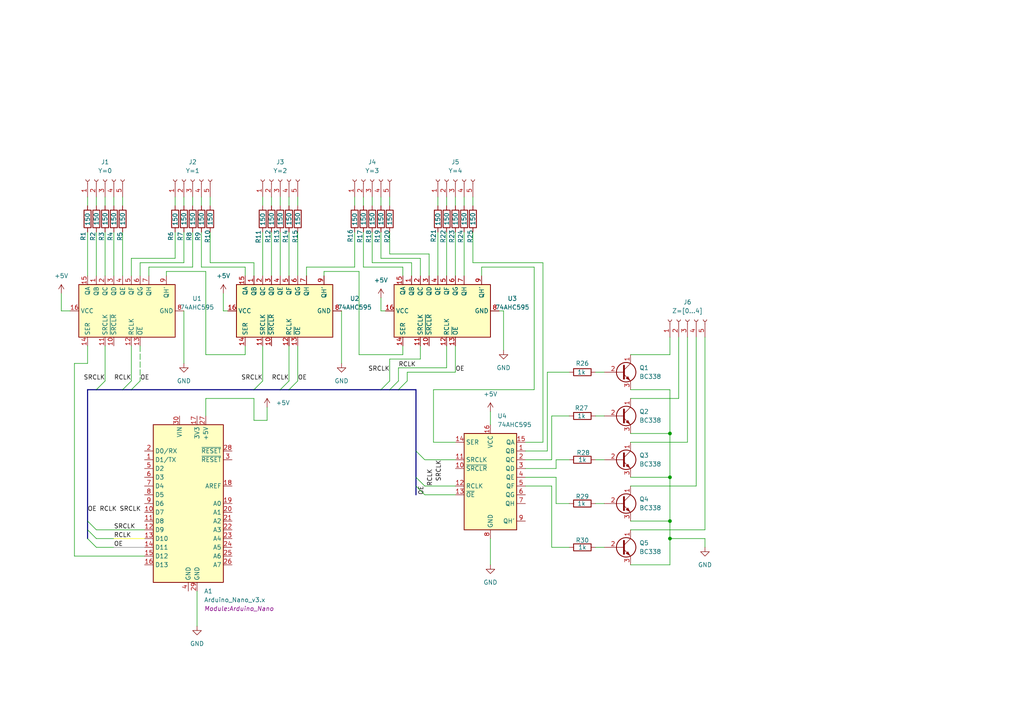
<source format=kicad_sch>
(kicad_sch (version 20231120) (generator "eeschema") (generator_version "8.0")
  (paper "A4")
  (lib_symbols
    (symbol "74xx:74AHC595"
      (property "Reference" "U" (at -7.62 13.97 0))
      (property "Value" "74AHC595" (at -7.62 -16.51 0))
      (symbol "74AHC595_1_0"
        (pin tri_state line (at 10.16 7.62 180) (length 2.54) (name "QB") (number "1"))
        (pin input line (at -10.16 2.54 0) (length 2.54) (name "~{SRCLR}") (number "10"))
        (pin input line (at -10.16 5.08 0) (length 2.54) (name "SRCLK") (number "11"))
        (pin input line (at -10.16 -2.54 0) (length 2.54) (name "RCLK") (number "12"))
        (pin input line (at -10.16 -5.08 0) (length 2.54) (name "~{OE}") (number "13"))
        (pin input line (at -10.16 10.16 0) (length 2.54) (name "SER") (number "14"))
        (pin tri_state line (at 10.16 10.16 180) (length 2.54) (name "QA") (number "15"))
        (pin power_in line (at 0 15.24 270) (length 2.54) (name "VCC") (number "16"))
        (pin tri_state line (at 10.16 5.08 180) (length 2.54) (name "QC") (number "2"))
        (pin tri_state line (at 10.16 2.54 180) (length 2.54) (name "QD") (number "3"))
        (pin tri_state line (at 10.16 0 180) (length 2.54) (name "QE") (number "4"))
        (pin tri_state line (at 10.16 -2.54 180) (length 2.54) (name "QF") (number "5"))
        (pin tri_state line (at 10.16 -5.08 180) (length 2.54) (name "QG") (number "6"))
        (pin tri_state line (at 10.16 -7.62 180) (length 2.54) (name "QH") (number "7"))
        (pin power_in line (at 0 -17.78 90) (length 2.54) (name "GND") (number "8"))
        (pin output line (at 10.16 -12.7 180) (length 2.54) (name "QH'") (number "9"))
      )
      (symbol "74AHC595_1_1"
        (rectangle (start -7.62 12.7) (end 7.62 -15.24) (stroke (width 0.254)) (fill (type background)))
      )
    )
    (symbol "Connector:Conn_01x05_Female" (pin_names (offset 1.016) hide)
      (property "Reference" "J" (at 0 7.62 0))
      (property "Value" "Conn_01x05_Female" (at 0 -7.62 0))
      (symbol "Conn_01x05_Female_1_1"
        (arc (start 0 -4.572) (mid -0.5058 -5.08) (end 0 -5.588) (stroke (width 0.1524)))
        (arc (start 0 -2.032) (mid -0.5058 -2.54) (end 0 -3.048) (stroke (width 0.1524)))
        (polyline (pts (xy -1.27 -5.08) (xy -0.508 -5.08)) (stroke (width 0.1524)))
        (polyline (pts (xy -1.27 -2.54) (xy -0.508 -2.54)) (stroke (width 0.1524)))
        (polyline (pts (xy -1.27 0) (xy -0.508 0)) (stroke (width 0.1524)))
        (polyline (pts (xy -1.27 2.54) (xy -0.508 2.54)) (stroke (width 0.1524)))
        (polyline (pts (xy -1.27 5.08) (xy -0.508 5.08)) (stroke (width 0.1524)))
        (arc (start 0 0.508) (mid -0.5058 0) (end 0 -0.508) (stroke (width 0.1524)))
        (arc (start 0 3.048) (mid -0.5058 2.54) (end 0 2.032) (stroke (width 0.1524)))
        (arc (start 0 5.588) (mid -0.5058 5.08) (end 0 4.572) (stroke (width 0.1524)))
        (pin passive line (at -5.08 5.08 0) (length 3.81) (name "Pin_1") (number "1"))
        (pin passive line (at -5.08 2.54 0) (length 3.81) (name "Pin_2") (number "2"))
        (pin passive line (at -5.08 0 0) (length 3.81) (name "Pin_3") (number "3"))
        (pin passive line (at -5.08 -2.54 0) (length 3.81) (name "Pin_4") (number "4"))
        (pin passive line (at -5.08 -5.08 0) (length 3.81) (name "Pin_5") (number "5"))
      )
    )
    (symbol "Device:R" (pin_numbers hide) (pin_names (offset 0))
      (property "Reference" "R" (at 2.032 0 90))
      (property "Value" "R" (at 0 0 90))
      (symbol "R_0_1"
        (rectangle (start -1.016 -2.54) (end 1.016 2.54) (stroke (width 0.254)))
      )
      (symbol "R_1_1"
        (pin passive line (at 0 3.81 270) (length 1.27) (name "~") (number "1"))
        (pin passive line (at 0 -3.81 90) (length 1.27) (name "~") (number "2"))
      )
    )
    (symbol "MCU_Module:Arduino_Nano_v3.x"
      (property "Reference" "A" (at -10.16 23.495 0))
      (property "Value" "Arduino_Nano_v3.x" (at 5.08 -24.13 0))
      (symbol "Arduino_Nano_v3.x_0_1"
        (rectangle (start -10.16 22.86) (end 10.16 -22.86) (stroke (width 0.254)) (fill (type background)))
      )
      (symbol "Arduino_Nano_v3.x_1_1"
        (pin bidirectional line (at -12.7 12.7 0) (length 2.54) (name "D1/TX") (number "1"))
        (pin bidirectional line (at -12.7 -2.54 0) (length 2.54) (name "D7") (number "10"))
        (pin bidirectional line (at -12.7 -5.08 0) (length 2.54) (name "D8") (number "11"))
        (pin bidirectional line (at -12.7 -7.62 0) (length 2.54) (name "D9") (number "12"))
        (pin bidirectional line (at -12.7 -10.16 0) (length 2.54) (name "D10") (number "13"))
        (pin bidirectional line (at -12.7 -12.7 0) (length 2.54) (name "D11") (number "14"))
        (pin bidirectional line (at -12.7 -15.24 0) (length 2.54) (name "D12") (number "15"))
        (pin bidirectional line (at -12.7 -17.78 0) (length 2.54) (name "D13") (number "16"))
        (pin power_out line (at 2.54 25.4 270) (length 2.54) (name "3V3") (number "17"))
        (pin input line (at 12.7 5.08 180) (length 2.54) (name "AREF") (number "18"))
        (pin bidirectional line (at 12.7 0 180) (length 2.54) (name "A0") (number "19"))
        (pin bidirectional line (at -12.7 15.24 0) (length 2.54) (name "D0/RX") (number "2"))
        (pin bidirectional line (at 12.7 -2.54 180) (length 2.54) (name "A1") (number "20"))
        (pin bidirectional line (at 12.7 -5.08 180) (length 2.54) (name "A2") (number "21"))
        (pin bidirectional line (at 12.7 -7.62 180) (length 2.54) (name "A3") (number "22"))
        (pin bidirectional line (at 12.7 -10.16 180) (length 2.54) (name "A4") (number "23"))
        (pin bidirectional line (at 12.7 -12.7 180) (length 2.54) (name "A5") (number "24"))
        (pin bidirectional line (at 12.7 -15.24 180) (length 2.54) (name "A6") (number "25"))
        (pin bidirectional line (at 12.7 -17.78 180) (length 2.54) (name "A7") (number "26"))
        (pin power_out line (at 5.08 25.4 270) (length 2.54) (name "+5V") (number "27"))
        (pin input line (at 12.7 15.24 180) (length 2.54) (name "~{RESET}") (number "28"))
        (pin power_in line (at 2.54 -25.4 90) (length 2.54) (name "GND") (number "29"))
        (pin input line (at 12.7 12.7 180) (length 2.54) (name "~{RESET}") (number "3"))
        (pin power_in line (at -2.54 25.4 270) (length 2.54) (name "VIN") (number "30"))
        (pin power_in line (at 0 -25.4 90) (length 2.54) (name "GND") (number "4"))
        (pin bidirectional line (at -12.7 10.16 0) (length 2.54) (name "D2") (number "5"))
        (pin bidirectional line (at -12.7 7.62 0) (length 2.54) (name "D3") (number "6"))
        (pin bidirectional line (at -12.7 5.08 0) (length 2.54) (name "D4") (number "7"))
        (pin bidirectional line (at -12.7 2.54 0) (length 2.54) (name "D5") (number "8"))
        (pin bidirectional line (at -12.7 0 0) (length 2.54) (name "D6") (number "9"))
      )
    )
    (symbol "Transistor_BJT:BC338" (pin_names (offset 0) hide)
      (property "Reference" "Q" (at 5.08 1.905 0))
      (property "Value" "BC338" (at 5.08 0 0))
      (symbol "BC338_0_1"
        (polyline (pts (xy 0 0) (xy 0.635 0)))
        (polyline (pts (xy 0.635 0.635) (xy 2.54 2.54)))
        (polyline (pts (xy 0.635 -0.635) (xy 2.54 -2.54) (xy 2.54 -2.54)))
        (polyline (pts (xy 0.635 1.905) (xy 0.635 -1.905) (xy 0.635 -1.905)) (stroke (width 0.508)))
        (polyline (pts (xy 1.27 -1.778) (xy 1.778 -1.27) (xy 2.286 -2.286) (xy 1.27 -1.778) (xy 1.27 -1.778)) (fill (type outline)))
        (circle (center 1.27 0) (radius 2.8194) (stroke (width 0.254)))
      )
      (symbol "BC338_1_1"
        (pin passive line (at 2.54 5.08 270) (length 2.54) (name "C") (number "1"))
        (pin input line (at -5.08 0 0) (length 5.08) (name "B") (number "2"))
        (pin passive line (at 2.54 -5.08 90) (length 2.54) (name "E") (number "3"))
      )
    )
    (symbol "power:+5V" (power) (pin_names (offset 0))
      (property "Value" "+5V" (at 0 3.556 0))
      (symbol "+5V_0_1"
        (polyline (pts (xy -0.762 1.27) (xy 0 2.54)))
        (polyline (pts (xy 0 0) (xy 0 2.54)))
        (polyline (pts (xy 0 2.54) (xy 0.762 1.27)))
      )
      (symbol "+5V_1_1"
        (pin power_in line (at 0 0 90) (length 0) hide (name "+5V") (number "1"))
      )
    )
    (symbol "power:GND" (power) (pin_names (offset 0))
      (property "Value" "GND" (at 0 -3.81 0))
      (symbol "GND_0_1"
        (polyline (pts (xy 0 0) (xy 0 -1.27) (xy 1.27 -1.27) (xy 0 -2.54) (xy -1.27 -1.27) (xy 0 -1.27)))
      )
      (symbol "GND_1_1"
        (pin power_in line (at 0 0 270) (length 0) hide (name "GND") (number "1"))
      )
    )
  )
  (bus_alias "OE" (members))
  (bus_alias "RCLK" (members))
  (bus_alias "SRCLK" (members))
  (junction (at 194.31 156.21))
  (junction (at 194.31 151.13))
  (junction (at 194.31 138.43))
  (junction (at 194.31 125.73))
  (bus_entry (at 83.82 113.03) (size 2.54 -2.54))
  (bus_entry (at 38.1 113.03) (size 2.54 -2.54))
  (bus_entry (at 25.4 153.67) (size 2.54 2.54))
  (bus_entry (at 25.4 151.13) (size 2.54 2.54))
  (bus_entry (at 25.4 156.21) (size 2.54 2.54))
  (bus_entry (at 110.49 113.03) (size 2.54 -2.54))
  (bus_entry (at 120.65 130.81) (size 2.54 2.54))
  (bus_entry (at 120.65 140.97) (size 2.54 2.54))
  (bus_entry (at 115.57 113.03) (size 2.54 -2.54))
  (bus_entry (at 113.03 113.03) (size 2.54 -2.54))
  (bus_entry (at 120.65 138.43) (size 2.54 2.54))
  (bus_entry (at 27.94 113.03) (size 2.54 -2.54))
  (bus_entry (at 81.28 113.03) (size 2.54 -2.54))
  (bus_entry (at 73.66 113.03) (size 2.54 -2.54))
  (bus_entry (at 35.56 113.03) (size 2.54 -2.54))
  (wire (pts (xy 83.82 57.15) (xy 83.82 59.69)))
  (wire (pts (xy 60.96 57.15) (xy 60.96 59.69)))
  (wire (pts (xy 93.98 78.74) (xy 104.14 78.74)))
  (wire (pts (xy 105.41 57.15) (xy 105.41 59.69)))
  (wire (pts (xy 201.93 140.97) (xy 201.93 97.79)))
  (wire (pts (xy 152.4 128.27) (xy 157.48 128.27)))
  (wire (pts (xy 129.54 57.15) (xy 129.54 59.69)))
  (wire (pts (xy 152.4 130.81) (xy 158.75 130.81)))
  (wire (pts (xy 21.59 161.29) (xy 41.91 161.29)))
  (wire (pts (xy 88.9 80.01) (xy 88.9 77.47)))
  (wire (pts (xy 127 67.31) (xy 127 80.01)))
  (bus (pts (xy 113.03 113.03) (xy 115.57 113.03)))
  (wire (pts (xy 194.31 151.13) (xy 194.31 156.21)))
  (wire (pts (xy 30.48 57.15) (xy 30.48 59.69)))
  (wire (pts (xy 50.8 57.15) (xy 50.8 59.69)))
  (wire (pts (xy 43.18 80.01) (xy 43.18 77.47)))
  (wire (pts (xy 105.41 77.47) (xy 116.84 77.47)))
  (wire (pts (xy 60.96 76.2) (xy 60.96 67.31)))
  (wire (pts (xy 194.31 156.21) (xy 204.47 156.21)))
  (bus (pts (xy 120.65 113.03) (xy 120.65 130.81)))
  (wire (pts (xy 182.88 151.13) (xy 194.31 151.13)))
  (wire (pts (xy 125.73 128.27) (xy 132.08 128.27)))
  (wire (pts (xy 158.75 107.95) (xy 165.1 107.95)))
  (bus (pts (xy 25.4 153.67) (xy 25.4 156.21)))
  (wire (pts (xy 113.03 67.31) (xy 113.03 73.66)))
  (wire (pts (xy 33.02 156.21) (xy 41.91 156.21)) (stroke (width 0) (color 255 255 0 1)))
  (wire (pts (xy 40.64 100.33) (xy 40.64 110.49)) (stroke (width 0) (type dash)))
  (wire (pts (xy 53.34 76.2) (xy 53.34 67.31)))
  (wire (pts (xy 102.87 57.15) (xy 102.87 59.69)))
  (wire (pts (xy 194.31 138.43) (xy 194.31 151.13)))
  (wire (pts (xy 53.34 90.17) (xy 53.34 105.41)))
  (wire (pts (xy 116.84 102.87) (xy 116.84 100.33)))
  (bus (pts (xy 81.28 113.03) (xy 83.82 113.03)))
  (wire (pts (xy 160.02 140.97) (xy 160.02 158.75)))
  (wire (pts (xy 27.94 153.67) (xy 41.91 153.67)))
  (wire (pts (xy 21.59 105.41) (xy 21.59 161.29)))
  (wire (pts (xy 64.77 90.17) (xy 64.77 85.09)))
  (wire (pts (xy 21.59 105.41) (xy 25.4 105.41)))
  (wire (pts (xy 204.47 153.67) (xy 204.47 97.79)))
  (wire (pts (xy 48.26 80.01) (xy 48.26 78.74)))
  (wire (pts (xy 152.4 140.97) (xy 160.02 140.97)))
  (wire (pts (xy 137.16 57.15) (xy 137.16 59.69)))
  (wire (pts (xy 115.57 110.49) (xy 115.57 106.68)))
  (wire (pts (xy 83.82 100.33) (xy 83.82 110.49)))
  (wire (pts (xy 161.29 135.89) (xy 161.29 133.35)))
  (wire (pts (xy 123.19 133.35) (xy 132.08 133.35)))
  (wire (pts (xy 86.36 67.31) (xy 86.36 80.01)))
  (wire (pts (xy 161.29 138.43) (xy 161.29 146.05)))
  (wire (pts (xy 119.38 76.2) (xy 119.38 80.01)))
  (wire (pts (xy 77.47 121.92) (xy 77.47 118.11)))
  (wire (pts (xy 76.2 57.15) (xy 76.2 59.69)))
  (wire (pts (xy 194.31 156.21) (xy 194.31 163.83)))
  (bus (pts (xy 38.1 113.03) (xy 73.66 113.03)))
  (wire (pts (xy 182.88 128.27) (xy 199.39 128.27)))
  (wire (pts (xy 59.69 78.74) (xy 59.69 102.87)))
  (wire (pts (xy 107.95 57.15) (xy 107.95 59.69)))
  (wire (pts (xy 161.29 146.05) (xy 165.1 146.05)))
  (wire (pts (xy 132.08 67.31) (xy 132.08 80.01)))
  (wire (pts (xy 172.72 120.65) (xy 175.26 120.65)))
  (wire (pts (xy 154.94 77.47) (xy 154.94 113.03)))
  (wire (pts (xy 53.34 57.15) (xy 53.34 59.69)))
  (bus (pts (xy 120.65 140.97) (xy 120.65 143.51)))
  (wire (pts (xy 158.75 130.81) (xy 158.75 107.95)))
  (wire (pts (xy 33.02 57.15) (xy 33.02 59.69)))
  (wire (pts (xy 88.9 77.47) (xy 102.87 77.47)))
  (wire (pts (xy 116.84 77.47) (xy 116.84 80.01)))
  (wire (pts (xy 110.49 57.15) (xy 110.49 59.69)))
  (bus (pts (xy 110.49 113.03) (xy 113.03 113.03)))
  (wire (pts (xy 104.14 102.87) (xy 116.84 102.87)))
  (wire (pts (xy 83.82 67.31) (xy 83.82 80.01)))
  (wire (pts (xy 121.92 74.93) (xy 121.92 80.01)))
  (wire (pts (xy 134.62 57.15) (xy 134.62 59.69)))
  (wire (pts (xy 55.88 77.47) (xy 55.88 67.31)))
  (wire (pts (xy 132.08 107.95) (xy 118.11 107.95)))
  (wire (pts (xy 78.74 67.31) (xy 78.74 80.01)))
  (wire (pts (xy 58.42 77.47) (xy 71.12 77.47)))
  (wire (pts (xy 194.31 113.03) (xy 194.31 125.73)))
  (wire (pts (xy 182.88 125.73) (xy 194.31 125.73)))
  (wire (pts (xy 30.48 100.33) (xy 30.48 110.49)))
  (wire (pts (xy 73.66 115.57) (xy 73.66 121.92)))
  (wire (pts (xy 35.56 67.31) (xy 35.56 80.01)))
  (bus (pts (xy 27.94 113.03) (xy 35.56 113.03)))
  (wire (pts (xy 182.88 140.97) (xy 201.93 140.97)))
  (wire (pts (xy 110.49 74.93) (xy 121.92 74.93)))
  (wire (pts (xy 71.12 102.87) (xy 71.12 100.33)))
  (wire (pts (xy 194.31 125.73) (xy 194.31 138.43)))
  (wire (pts (xy 132.08 100.33) (xy 132.08 107.95)))
  (wire (pts (xy 129.54 106.68) (xy 129.54 100.33)))
  (wire (pts (xy 129.54 67.31) (xy 129.54 80.01)))
  (wire (pts (xy 160.02 158.75) (xy 165.1 158.75)))
  (wire (pts (xy 115.57 106.68) (xy 129.54 106.68)))
  (wire (pts (xy 50.8 74.93) (xy 50.8 67.31)))
  (wire (pts (xy 121.92 104.14) (xy 121.92 100.33)))
  (wire (pts (xy 152.4 138.43) (xy 161.29 138.43)))
  (wire (pts (xy 127 57.15) (xy 127 59.69)))
  (wire (pts (xy 38.1 74.93) (xy 50.8 74.93)))
  (wire (pts (xy 43.18 77.47) (xy 55.88 77.47)))
  (wire (pts (xy 154.94 113.03) (xy 125.73 113.03)))
  (wire (pts (xy 123.19 140.97) (xy 132.08 140.97)))
  (wire (pts (xy 152.4 133.35) (xy 160.02 133.35)))
  (wire (pts (xy 27.94 67.31) (xy 27.94 80.01)))
  (bus (pts (xy 25.4 113.03) (xy 25.4 151.13)))
  (wire (pts (xy 59.69 115.57) (xy 59.69 120.65)))
  (wire (pts (xy 118.11 107.95) (xy 118.11 110.49)))
  (wire (pts (xy 172.72 107.95) (xy 175.26 107.95)))
  (wire (pts (xy 182.88 113.03) (xy 194.31 113.03)))
  (wire (pts (xy 111.76 90.17) (xy 110.49 90.17)))
  (wire (pts (xy 113.03 110.49) (xy 113.03 104.14)))
  (wire (pts (xy 59.69 102.87) (xy 71.12 102.87)))
  (wire (pts (xy 20.32 90.17) (xy 17.78 90.17)))
  (wire (pts (xy 172.72 146.05) (xy 175.26 146.05)))
  (wire (pts (xy 142.24 119.38) (xy 142.24 123.19)))
  (wire (pts (xy 48.26 78.74) (xy 59.69 78.74)))
  (wire (pts (xy 27.94 156.21) (xy 33.02 156.21)))
  (bus (pts (xy 35.56 113.03) (xy 38.1 113.03)))
  (wire (pts (xy 25.4 57.15) (xy 25.4 59.69)))
  (wire (pts (xy 38.1 80.01) (xy 38.1 74.93)))
  (wire (pts (xy 125.73 113.03) (xy 125.73 128.27)))
  (wire (pts (xy 199.39 128.27) (xy 199.39 97.79)))
  (wire (pts (xy 27.94 158.75) (xy 33.02 158.75)))
  (wire (pts (xy 113.03 73.66) (xy 124.46 73.66)))
  (wire (pts (xy 78.74 57.15) (xy 78.74 59.69)))
  (wire (pts (xy 86.36 100.33) (xy 86.36 110.49)))
  (wire (pts (xy 182.88 115.57) (xy 196.85 115.57)))
  (wire (pts (xy 172.72 158.75) (xy 175.26 158.75)))
  (wire (pts (xy 196.85 97.79) (xy 196.85 115.57)))
  (wire (pts (xy 73.66 121.92) (xy 77.47 121.92)))
  (bus (pts (xy 83.82 113.03) (xy 110.49 113.03)))
  (wire (pts (xy 182.88 138.43) (xy 194.31 138.43)))
  (wire (pts (xy 107.95 67.31) (xy 107.95 76.2)))
  (bus (pts (xy 25.4 151.13) (xy 25.4 153.67)))
  (wire (pts (xy 57.15 171.45) (xy 57.15 181.61)))
  (wire (pts (xy 204.47 158.75) (xy 204.47 156.21)))
  (wire (pts (xy 59.69 115.57) (xy 73.66 115.57)))
  (wire (pts (xy 182.88 153.67) (xy 204.47 153.67)))
  (wire (pts (xy 172.72 133.35) (xy 175.26 133.35)))
  (wire (pts (xy 86.36 57.15) (xy 86.36 59.69)))
  (wire (pts (xy 152.4 135.89) (xy 161.29 135.89)))
  (wire (pts (xy 182.88 102.87) (xy 194.31 102.87)))
  (wire (pts (xy 132.08 57.15) (xy 132.08 59.69)))
  (wire (pts (xy 113.03 104.14) (xy 121.92 104.14)))
  (wire (pts (xy 113.03 57.15) (xy 113.03 59.69)))
  (wire (pts (xy 160.02 120.65) (xy 165.1 120.65)))
  (wire (pts (xy 157.48 76.2) (xy 137.16 76.2)))
  (bus (pts (xy 120.65 130.81) (xy 120.65 138.43)))
  (wire (pts (xy 35.56 57.15) (xy 35.56 59.69)))
  (wire (pts (xy 33.02 67.31) (xy 33.02 80.01)))
  (wire (pts (xy 40.64 76.2) (xy 53.34 76.2)))
  (wire (pts (xy 33.02 158.75) (xy 41.91 158.75)) (stroke (width 0) (color 132 132 132 1)))
  (wire (pts (xy 58.42 67.31) (xy 58.42 77.47)))
  (wire (pts (xy 38.1 100.33) (xy 38.1 110.49)))
  (wire (pts (xy 76.2 67.31) (xy 76.2 80.01)))
  (wire (pts (xy 105.41 67.31) (xy 105.41 77.47)))
  (wire (pts (xy 161.29 133.35) (xy 165.1 133.35)))
  (wire (pts (xy 102.87 77.47) (xy 102.87 67.31)))
  (wire (pts (xy 27.94 57.15) (xy 27.94 59.69)))
  (wire (pts (xy 110.49 67.31) (xy 110.49 74.93)))
  (wire (pts (xy 110.49 90.17) (xy 110.49 86.36)))
  (wire (pts (xy 137.16 76.2) (xy 137.16 67.31)))
  (wire (pts (xy 123.19 143.51) (xy 132.08 143.51)))
  (wire (pts (xy 58.42 57.15) (xy 58.42 59.69)))
  (wire (pts (xy 81.28 57.15) (xy 81.28 59.69)))
  (wire (pts (xy 76.2 100.33) (xy 76.2 110.49)))
  (wire (pts (xy 99.06 90.17) (xy 99.06 105.41)))
  (wire (pts (xy 104.14 78.74) (xy 104.14 102.87)))
  (wire (pts (xy 146.05 90.17) (xy 146.05 101.6)))
  (bus (pts (xy 120.65 138.43) (xy 120.65 140.97)))
  (wire (pts (xy 30.48 67.31) (xy 30.48 80.01)))
  (wire (pts (xy 73.66 80.01) (xy 73.66 76.2)))
  (bus (pts (xy 73.66 113.03) (xy 81.28 113.03)))
  (wire (pts (xy 124.46 73.66) (xy 124.46 80.01)))
  (wire (pts (xy 25.4 100.33) (xy 25.4 105.41)))
  (wire (pts (xy 71.12 77.47) (xy 71.12 80.01)))
  (wire (pts (xy 134.62 67.31) (xy 134.62 80.01)))
  (wire (pts (xy 73.66 76.2) (xy 60.96 76.2)))
  (bus (pts (xy 115.57 113.03) (xy 120.65 113.03)))
  (wire (pts (xy 157.48 128.27) (xy 157.48 76.2)))
  (bus (pts (xy 25.4 113.03) (xy 27.94 113.03)))
  (wire (pts (xy 194.31 102.87) (xy 194.31 97.79)))
  (wire (pts (xy 160.02 133.35) (xy 160.02 120.65)))
  (wire (pts (xy 81.28 67.31) (xy 81.28 80.01)))
  (wire (pts (xy 25.4 67.31) (xy 25.4 80.01)))
  (wire (pts (xy 66.04 90.17) (xy 64.77 90.17)))
  (wire (pts (xy 142.24 156.21) (xy 142.24 163.83)))
  (wire (pts (xy 93.98 80.01) (xy 93.98 78.74)))
  (wire (pts (xy 17.78 90.17) (xy 17.78 85.09)))
  (wire (pts (xy 139.7 80.01) (xy 139.7 77.47)))
  (wire (pts (xy 107.95 76.2) (xy 119.38 76.2)))
  (wire (pts (xy 139.7 77.47) (xy 154.94 77.47)))
  (wire (pts (xy 194.31 163.83) (xy 182.88 163.83)))
  (wire (pts (xy 40.64 80.01) (xy 40.64 76.2)))
  (wire (pts (xy 55.88 57.15) (xy 55.88 59.69)))
  (wire (pts (xy 144.78 90.17) (xy 146.05 90.17)))
  (label "RCLK" (at 33.02 156.21 0))
  (label "OE" (at 40.64 110.49 0))
  (label "SRCLK" (at 113.03 107.95 180))
  (label "SRCLK" (at 30.48 110.49 180))
  (label "OE" (at 86.36 110.49 0))
  (label "SRCLK" (at 128.27 133.35 270))
  (label "SRCLK" (at 33.02 153.67 0))
  (label "SRCLK" (at 76.2 110.49 180))
  (label "OE" (at 123.19 143.51 90))
  (label "OE" (at 132.08 107.95 0))
  (label "RCLK" (at 83.82 110.49 180))
  (label "OE RCLK SRCLK" (at 25.4 148.59 0))
  (label "RCLK" (at 38.1 110.49 180))
  (label "RCLK" (at 125.73 140.97 90))
  (label "OE" (at 33.02 158.75 0))
  (label "RCLK" (at 115.57 106.68 0))
  (symbol (lib_id "Device:R") (at 27.94 63.5 180) (unit 1)
    (property "Reference" "R2" (at 26.924 68.58 90))
    (property "Value" "150" (at 27.94 63.5 90))
    (property "Footprint" "Resistor_THT:R_Axial_DIN0204_L3.6mm_D1.6mm_P1.90mm_Vertical" (effects (hide yes)))
  )
  (symbol (lib_id "Device:R") (at 129.54 63.5 180) (unit 1)
    (property "Reference" "R22" (at 128.524 68.58 90))
    (property "Value" "150" (at 129.54 63.5 90))
    (property "Footprint" "Resistor_THT:R_Axial_DIN0204_L3.6mm_D1.6mm_P1.90mm_Vertical" (effects (hide yes)))
  )
  (symbol (lib_id "74xx:74AHC595") (at 35.56 90.17 90) (unit 1)
    (property "Reference" "U1" (at 57.15 86.5886 90))
    (property "Value" "74AHC595" (at 57.15 89.1286 90))
    (property "Footprint" "Package_DIP:DIP-16_W10.16mm_LongPads" (effects (hide yes)))
    (property "Datasheet" "https://assets.nexperia.com/documents/data-sheet/74AHC_AHCT595.pdf" (effects (hide yes)))
  )
  (symbol (lib_id "Device:R") (at 78.74 63.5 180) (unit 1)
    (property "Reference" "R12" (at 77.724 68.58 90))
    (property "Value" "150" (at 78.74 63.5 90))
    (property "Footprint" "Resistor_THT:R_Axial_DIN0204_L3.6mm_D1.6mm_P1.90mm_Vertical" (effects (hide yes)))
  )
  (symbol (lib_id "Device:R") (at 168.91 120.65 90) (unit 1)
    (property "Reference" "R27" (at 168.656 118.364 90))
    (property "Value" "1k" (at 168.656 120.65 90))
    (property "Footprint" "Resistor_THT:R_Axial_DIN0204_L3.6mm_D1.6mm_P1.90mm_Vertical" (effects (hide yes)))
  )
  (symbol (lib_id "Device:R") (at 50.8 63.5 180) (unit 1)
    (property "Reference" "R6" (at 49.53 69.85 90) (effects (justify right)))
    (property "Value" "150" (at 50.8 65.532 90) (effects (justify right)))
    (property "Footprint" "Resistor_THT:R_Axial_DIN0204_L3.6mm_D1.6mm_P1.90mm_Vertical" (effects (hide yes)))
  )
  (symbol (lib_id "Device:R") (at 53.34 63.5 180) (unit 1)
    (property "Reference" "R7" (at 52.324 68.58 90))
    (property "Value" "150" (at 53.34 63.5 90))
    (property "Footprint" "Resistor_THT:R_Axial_DIN0204_L3.6mm_D1.6mm_P1.90mm_Vertical" (effects (hide yes)))
  )
  (symbol (lib_id "Device:R") (at 58.42 63.5 180) (unit 1)
    (property "Reference" "R9" (at 57.404 68.58 90))
    (property "Value" "150" (at 58.42 63.5 90))
    (property "Footprint" "Resistor_THT:R_Axial_DIN0204_L3.6mm_D1.6mm_P1.90mm_Vertical" (effects (hide yes)))
  )
  (symbol (lib_id "MCU_Module:Arduino_Nano_v3.x") (at 54.61 146.05 0) (unit 1)
    (property "Reference" "A1" (at 59.1694 171.45 0) (effects (justify left)))
    (property "Value" "Arduino_Nano_v3.x" (at 59.1694 173.99 0) (effects (justify left)))
    (property "Footprint" "Module:Arduino_Nano" (at 59.1694 176.53 0) (effects (font (italic yes)) (justify left)))
    (property "Datasheet" "http://www.mouser.com/pdfdocs/Gravitech_Arduino_Nano3_0.pdf" (effects (hide yes)))
  )
  (symbol (lib_id "Device:R") (at 25.4 63.5 180) (unit 1)
    (property "Reference" "R1" (at 24.13 69.85 90) (effects (justify right)))
    (property "Value" "150" (at 25.4 65.532 90) (effects (justify right)))
    (property "Footprint" "Resistor_THT:R_Axial_DIN0204_L3.6mm_D1.6mm_P1.90mm_Vertical" (effects (hide yes)))
  )
  (symbol (lib_id "Device:R") (at 30.48 63.5 180) (unit 1)
    (property "Reference" "R3" (at 29.464 68.58 90))
    (property "Value" "150" (at 30.48 63.5 90))
    (property "Footprint" "Resistor_THT:R_Axial_DIN0204_L3.6mm_D1.6mm_P1.90mm_Vertical" (effects (hide yes)))
  )
  (symbol (lib_id "Device:R") (at 35.56 63.5 180) (unit 1)
    (property "Reference" "R5" (at 34.798 68.58 90))
    (property "Value" "150" (at 35.56 63.5 90))
    (property "Footprint" "Resistor_THT:R_Axial_DIN0204_L3.6mm_D1.6mm_P1.90mm_Vertical" (effects (hide yes)))
  )
  (symbol (lib_id "Device:R") (at 168.91 158.75 90) (unit 1)
    (property "Reference" "R30" (at 168.91 156.718 90))
    (property "Value" "1k" (at 168.91 158.75 90))
    (property "Footprint" "Resistor_THT:R_Axial_DIN0204_L3.6mm_D1.6mm_P1.90mm_Vertical" (effects (hide yes)))
  )
  (symbol (lib_id "Transistor_BJT:BC338") (at 180.34 158.75 0) (unit 1)
    (property "Reference" "Q5" (at 185.42 157.4799 0) (effects (justify left)))
    (property "Value" "BC338" (at 185.42 160.0199 0) (effects (justify left)))
    (property "Footprint" "Package_TO_SOT_THT:TO-92_Inline" (effects (hide yes)))
    (property "Datasheet" "http://diotec.com/tl_files/diotec/files/pdf/datasheets/bc337" (effects (hide yes)))
  )
  (symbol (lib_id "Device:R") (at 60.96 63.5 180) (unit 1)
    (property "Reference" "R10" (at 60.198 68.58 90))
    (property "Value" "150" (at 60.96 63.5 90))
    (property "Footprint" "Resistor_THT:R_Axial_DIN0204_L3.6mm_D1.6mm_P1.90mm_Vertical" (effects (hide yes)))
  )
  (symbol (lib_id "Transistor_BJT:BC338") (at 180.34 107.95 0) (unit 1)
    (property "Reference" "Q1" (at 185.42 106.6799 0) (effects (justify left)))
    (property "Value" "BC338" (at 185.42 109.2199 0) (effects (justify left)))
    (property "Footprint" "Package_TO_SOT_THT:TO-92_Inline" (effects (hide yes)))
    (property "Datasheet" "http://diotec.com/tl_files/diotec/files/pdf/datasheets/bc337" (effects (hide yes)))
  )
  (symbol (lib_id "Connector:Conn_01x05_Female") (at 199.39 92.71 90) (unit 1)
    (property "Reference" "J6" (at 199.39 87.63 90))
    (property "Value" "Z=[0...4]" (at 199.39 90.17 90))
    (property "Footprint" "Connector_PinHeader_2.54mm:PinHeader_1x05_P2.54mm_Vertical" (effects (hide yes)))
  )
  (symbol (lib_id "power:+5V") (at 77.47 118.11 0) (unit 1)
    (property "Reference" "#PWR03" (effects (hide yes)))
    (property "Value" "+5V" (at 80.01 116.8399 0) (effects (justify left)))
  )
  (symbol (lib_id "power:GND") (at 142.24 163.83 0) (unit 1)
    (property "Reference" "#PWR09" (effects (hide yes)))
    (property "Value" "GND" (at 142.24 168.91 0))
  )
  (symbol (lib_id "Device:R") (at 132.08 63.5 180) (unit 1)
    (property "Reference" "R23" (at 131.064 68.58 90))
    (property "Value" "150" (at 132.08 63.5 90))
    (property "Footprint" "Resistor_THT:R_Axial_DIN0204_L3.6mm_D1.6mm_P1.90mm_Vertical" (effects (hide yes)))
  )
  (symbol (lib_id "Device:R") (at 76.2 63.5 180) (unit 1)
    (property "Reference" "R11" (at 74.93 70.612 90) (effects (justify right)))
    (property "Value" "150" (at 76.2 65.532 90) (effects (justify right)))
    (property "Footprint" "Resistor_THT:R_Axial_DIN0204_L3.6mm_D1.6mm_P1.90mm_Vertical" (effects (hide yes)))
  )
  (symbol (lib_id "Transistor_BJT:BC338") (at 180.34 146.05 0) (unit 1)
    (property "Reference" "Q4" (at 185.42 144.7799 0) (effects (justify left)))
    (property "Value" "BC338" (at 185.42 147.3199 0) (effects (justify left)))
    (property "Footprint" "Package_TO_SOT_THT:TO-92_Inline" (effects (hide yes)))
    (property "Datasheet" "http://diotec.com/tl_files/diotec/files/pdf/datasheets/bc337" (effects (hide yes)))
  )
  (symbol (lib_id "Device:R") (at 113.03 63.5 180) (unit 1)
    (property "Reference" "R20" (at 112.268 68.58 90))
    (property "Value" "150" (at 113.03 63.5 90))
    (property "Footprint" "Resistor_THT:R_Axial_DIN0204_L3.6mm_D1.6mm_P1.90mm_Vertical" (effects (hide yes)))
  )
  (symbol (lib_id "Transistor_BJT:BC338") (at 180.34 120.65 0) (unit 1)
    (property "Reference" "Q2" (at 185.42 119.3799 0) (effects (justify left)))
    (property "Value" "BC338" (at 185.42 121.9199 0) (effects (justify left)))
    (property "Footprint" "Package_TO_SOT_THT:TO-92_Inline" (effects (hide yes)))
    (property "Datasheet" "http://diotec.com/tl_files/diotec/files/pdf/datasheets/bc337" (effects (hide yes)))
  )
  (symbol (lib_id "Device:R") (at 55.88 63.5 180) (unit 1)
    (property "Reference" "R8" (at 54.864 68.58 90))
    (property "Value" "150" (at 55.88 63.5 90))
    (property "Footprint" "Resistor_THT:R_Axial_DIN0204_L3.6mm_D1.6mm_P1.90mm_Vertical" (effects (hide yes)))
  )
  (symbol (lib_id "power:+5V") (at 142.24 119.38 0) (unit 1)
    (property "Reference" "#PWR08" (effects (hide yes)))
    (property "Value" "+5V" (at 142.24 114.3 0))
  )
  (symbol (lib_id "power:+5V") (at 17.78 85.09 0) (unit 1)
    (property "Reference" "#PWR01" (effects (hide yes)))
    (property "Value" "+5V" (at 17.78 80.01 0))
  )
  (symbol (lib_id "power:GND") (at 204.47 158.75 0) (unit 1)
    (property "Reference" "#PWR011" (effects (hide yes)))
    (property "Value" "GND" (at 204.47 163.83 0))
  )
  (symbol (lib_id "power:GND") (at 57.15 181.61 0) (unit 1)
    (property "Reference" "#PWR05" (effects (hide yes)))
    (property "Value" "GND" (at 57.15 186.69 0))
  )
  (symbol (lib_id "power:GND") (at 53.34 105.41 0) (unit 1)
    (property "Reference" "#PWR02" (effects (hide yes)))
    (property "Value" "GND" (at 53.34 110.49 0))
  )
  (symbol (lib_id "Device:R") (at 86.36 63.5 180) (unit 1)
    (property "Reference" "R15" (at 85.598 68.58 90))
    (property "Value" "150" (at 86.36 63.5 90))
    (property "Footprint" "Resistor_THT:R_Axial_DIN0204_L3.6mm_D1.6mm_P1.90mm_Vertical" (effects (hide yes)))
  )
  (symbol (lib_id "power:+5V") (at 110.49 86.36 0) (unit 1)
    (property "Reference" "#PWR07" (effects (hide yes)))
    (property "Value" "+5V" (at 110.49 81.28 0))
  )
  (symbol (lib_id "Device:R") (at 81.28 63.5 180) (unit 1)
    (property "Reference" "R13" (at 80.264 68.58 90))
    (property "Value" "150" (at 81.28 63.5 90))
    (property "Footprint" "Resistor_THT:R_Axial_DIN0204_L3.6mm_D1.6mm_P1.90mm_Vertical" (effects (hide yes)))
  )
  (symbol (lib_id "74xx:74AHC595") (at 142.24 138.43 0) (unit 1)
    (property "Reference" "U4" (at 144.2594 120.65 0) (effects (justify left)))
    (property "Value" "74AHC595" (at 144.2594 123.19 0) (effects (justify left)))
    (property "Footprint" "Package_DIP:DIP-16_W10.16mm_LongPads" (effects (hide yes)))
    (property "Datasheet" "https://assets.nexperia.com/documents/data-sheet/74AHC_AHCT595.pdf" (effects (hide yes)))
  )
  (symbol (lib_id "Connector:Conn_01x05_Female") (at 30.48 52.07 90) (unit 1)
    (property "Reference" "J1" (at 30.48 46.99 90))
    (property "Value" "Y=0" (at 30.48 49.53 90))
    (property "Footprint" "Connector_PinHeader_2.54mm:PinHeader_1x05_P2.54mm_Vertical" (effects (hide yes)))
  )
  (symbol (lib_id "Transistor_BJT:BC338") (at 180.34 133.35 0) (unit 1)
    (property "Reference" "Q3" (at 185.42 132.0799 0) (effects (justify left)))
    (property "Value" "BC338" (at 185.42 134.6199 0) (effects (justify left)))
    (property "Footprint" "Package_TO_SOT_THT:TO-92_Inline" (effects (hide yes)))
    (property "Datasheet" "http://diotec.com/tl_files/diotec/files/pdf/datasheets/bc337" (effects (hide yes)))
  )
  (symbol (lib_id "Device:R") (at 107.95 63.5 180) (unit 1)
    (property "Reference" "R18" (at 106.934 68.58 90))
    (property "Value" "150" (at 107.95 63.5 90))
    (property "Footprint" "Resistor_THT:R_Axial_DIN0204_L3.6mm_D1.6mm_P1.90mm_Vertical" (effects (hide yes)))
  )
  (symbol (lib_id "Connector:Conn_01x05_Female") (at 107.95 52.07 90) (unit 1)
    (property "Reference" "J4" (at 107.95 46.99 90))
    (property "Value" "Y=3" (at 107.95 49.53 90))
    (property "Footprint" "Connector_PinHeader_2.54mm:PinHeader_1x05_P2.54mm_Vertical" (effects (hide yes)))
  )
  (symbol (lib_id "power:+5V") (at 64.77 85.09 0) (unit 1)
    (property "Reference" "#PWR04" (effects (hide yes)))
    (property "Value" "+5V" (at 64.77 80.01 0))
  )
  (symbol (lib_id "power:GND") (at 99.06 105.41 0) (unit 1)
    (property "Reference" "#PWR06" (effects (hide yes)))
    (property "Value" "GND" (at 99.06 110.49 0))
  )
  (symbol (lib_id "Device:R") (at 137.16 63.5 180) (unit 1)
    (property "Reference" "R25" (at 136.398 68.58 90))
    (property "Value" "150" (at 137.16 63.5 90))
    (property "Footprint" "Resistor_THT:R_Axial_DIN0204_L3.6mm_D1.6mm_P1.90mm_Vertical" (effects (hide yes)))
  )
  (symbol (lib_id "Device:R") (at 168.91 146.05 90) (unit 1)
    (property "Reference" "R29" (at 168.91 144.018 90))
    (property "Value" "1k" (at 168.656 146.05 90))
    (property "Footprint" "Resistor_THT:R_Axial_DIN0204_L3.6mm_D1.6mm_P1.90mm_Vertical" (effects (hide yes)))
  )
  (symbol (lib_id "Device:R") (at 110.49 63.5 180) (unit 1)
    (property "Reference" "R19" (at 109.474 68.58 90))
    (property "Value" "150" (at 110.49 63.5 90))
    (property "Footprint" "Resistor_THT:R_Axial_DIN0204_L3.6mm_D1.6mm_P1.90mm_Vertical" (effects (hide yes)))
  )
  (symbol (lib_id "Device:R") (at 33.02 63.5 180) (unit 1)
    (property "Reference" "R4" (at 32.004 68.58 90))
    (property "Value" "150" (at 33.02 63.5 90))
    (property "Footprint" "Resistor_THT:R_Axial_DIN0204_L3.6mm_D1.6mm_P1.90mm_Vertical" (effects (hide yes)))
  )
  (symbol (lib_id "74xx:74AHC595") (at 127 90.17 90) (unit 1)
    (property "Reference" "U3" (at 148.59 86.5886 90))
    (property "Value" "74AHC595" (at 148.59 89.1286 90))
    (property "Footprint" "Package_DIP:DIP-16_W10.16mm_LongPads" (effects (hide yes)))
    (property "Datasheet" "https://assets.nexperia.com/documents/data-sheet/74AHC_AHCT595.pdf" (effects (hide yes)))
  )
  (symbol (lib_id "74xx:74AHC595") (at 81.28 90.17 90) (unit 1)
    (property "Reference" "U2" (at 102.87 86.5886 90))
    (property "Value" "74AHC595" (at 102.87 89.1286 90))
    (property "Footprint" "Package_DIP:DIP-16_W10.16mm_LongPads" (effects (hide yes)))
    (property "Datasheet" "https://assets.nexperia.com/documents/data-sheet/74AHC_AHCT595.pdf" (effects (hide yes)))
  )
  (symbol (lib_id "Device:R") (at 127 63.5 180) (unit 1)
    (property "Reference" "R21" (at 125.73 70.358 90) (effects (justify right)))
    (property "Value" "150" (at 127 65.532 90) (effects (justify right)))
    (property "Footprint" "Resistor_THT:R_Axial_DIN0204_L3.6mm_D1.6mm_P1.90mm_Vertical" (effects (hide yes)))
  )
  (symbol (lib_id "Device:R") (at 83.82 63.5 180) (unit 1)
    (property "Reference" "R14" (at 82.804 68.58 90))
    (property "Value" "150" (at 83.82 63.5 90))
    (property "Footprint" "Resistor_THT:R_Axial_DIN0204_L3.6mm_D1.6mm_P1.90mm_Vertical" (effects (hide yes)))
  )
  (symbol (lib_id "Device:R") (at 102.87 63.5 180) (unit 1)
    (property "Reference" "R16" (at 101.6 70.358 90) (effects (justify right)))
    (property "Value" "150" (at 102.87 65.532 90) (effects (justify right)))
    (property "Footprint" "Resistor_THT:R_Axial_DIN0204_L3.6mm_D1.6mm_P1.90mm_Vertical" (effects (hide yes)))
  )
  (symbol (lib_id "Connector:Conn_01x05_Female") (at 55.88 52.07 90) (unit 1)
    (property "Reference" "J2" (at 55.88 46.99 90))
    (property "Value" "Y=1" (at 55.88 49.53 90))
    (property "Footprint" "Connector_PinHeader_2.54mm:PinHeader_1x05_P2.54mm_Vertical" (effects (hide yes)))
  )
  (symbol (lib_id "Connector:Conn_01x05_Female") (at 81.28 52.07 90) (unit 1)
    (property "Reference" "J3" (at 81.28 46.99 90))
    (property "Value" "Y=2" (at 81.28 49.53 90))
    (property "Footprint" "Connector_PinHeader_2.54mm:PinHeader_1x05_P2.54mm_Vertical" (effects (hide yes)))
  )
  (symbol (lib_id "Device:R") (at 105.41 63.5 180) (unit 1)
    (property "Reference" "R17" (at 104.394 68.58 90))
    (property "Value" "150" (at 105.41 63.5 90))
    (property "Footprint" "Resistor_THT:R_Axial_DIN0204_L3.6mm_D1.6mm_P1.90mm_Vertical" (effects (hide yes)))
  )
  (symbol (lib_id "Connector:Conn_01x05_Female") (at 132.08 52.07 90) (unit 1)
    (property "Reference" "J5" (at 132.08 46.99 90))
    (property "Value" "Y=4" (at 132.08 49.53 90))
    (property "Footprint" "Connector_PinHeader_2.54mm:PinHeader_1x05_P2.54mm_Vertical" (effects (hide yes)))
  )
  (symbol (lib_id "Device:R") (at 168.91 133.35 90) (unit 1)
    (property "Reference" "R28" (at 169.164 131.318 90))
    (property "Value" "1k" (at 168.91 133.35 90))
    (property "Footprint" "Resistor_THT:R_Axial_DIN0204_L3.6mm_D1.6mm_P1.90mm_Vertical" (effects (hide yes)))
  )
  (symbol (lib_id "power:GND") (at 146.05 101.6 0) (unit 1)
    (property "Reference" "#PWR010" (effects (hide yes)))
    (property "Value" "GND" (at 146.05 106.68 0))
  )
  (symbol (lib_id "Device:R") (at 134.62 63.5 180) (unit 1)
    (property "Reference" "R24" (at 133.604 68.58 90))
    (property "Value" "150" (at 134.62 63.5 90))
    (property "Footprint" "Resistor_THT:R_Axial_DIN0204_L3.6mm_D1.6mm_P1.90mm_Vertical" (effects (hide yes)))
  )
  (symbol (lib_id "Device:R") (at 168.91 107.95 90) (unit 1)
    (property "Reference" "R26" (at 168.91 105.41 90))
    (property "Value" "1k" (at 168.656 107.95 90))
    (property "Footprint" "Resistor_THT:R_Axial_DIN0204_L3.6mm_D1.6mm_P1.90mm_Vertical" (effects (hide yes)))
  )
)
</source>
